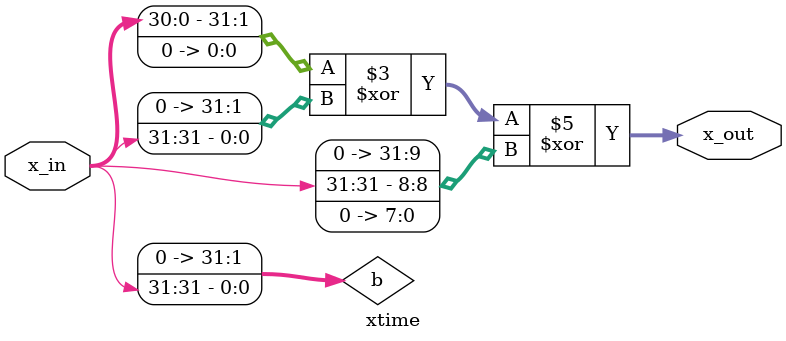
<source format=v>
/*
    This module implements the xtime operation used to 
    generate the 32-bits constants.
*/
module xtime
(
    input [31:0] x_in,
    output [31:0] x_out
);

wire [31:0] b = (x_in >> 31);
assign x_out = (x_in << 1) ^ b ^(b << 8);

endmodule

</source>
